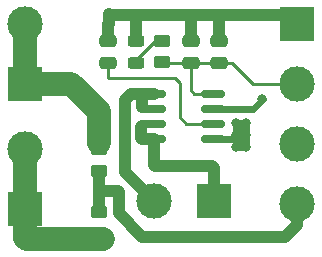
<source format=gbr>
%TF.GenerationSoftware,KiCad,Pcbnew,7.0.8*%
%TF.CreationDate,2024-03-30T04:59:33+03:00*%
%TF.ProjectId,PowerSensor,506f7765-7253-4656-9e73-6f722e6b6963,rev?*%
%TF.SameCoordinates,Original*%
%TF.FileFunction,Copper,L1,Top*%
%TF.FilePolarity,Positive*%
%FSLAX46Y46*%
G04 Gerber Fmt 4.6, Leading zero omitted, Abs format (unit mm)*
G04 Created by KiCad (PCBNEW 7.0.8) date 2024-03-30 04:59:33*
%MOMM*%
%LPD*%
G01*
G04 APERTURE LIST*
G04 Aperture macros list*
%AMRoundRect*
0 Rectangle with rounded corners*
0 $1 Rounding radius*
0 $2 $3 $4 $5 $6 $7 $8 $9 X,Y pos of 4 corners*
0 Add a 4 corners polygon primitive as box body*
4,1,4,$2,$3,$4,$5,$6,$7,$8,$9,$2,$3,0*
0 Add four circle primitives for the rounded corners*
1,1,$1+$1,$2,$3*
1,1,$1+$1,$4,$5*
1,1,$1+$1,$6,$7*
1,1,$1+$1,$8,$9*
0 Add four rect primitives between the rounded corners*
20,1,$1+$1,$2,$3,$4,$5,0*
20,1,$1+$1,$4,$5,$6,$7,0*
20,1,$1+$1,$6,$7,$8,$9,0*
20,1,$1+$1,$8,$9,$2,$3,0*%
G04 Aperture macros list end*
%TA.AperFunction,ComponentPad*%
%ADD10R,3.000000X3.000000*%
%TD*%
%TA.AperFunction,ComponentPad*%
%ADD11C,3.000000*%
%TD*%
%TA.AperFunction,SMDPad,CuDef*%
%ADD12RoundRect,0.250000X0.475000X-0.250000X0.475000X0.250000X-0.475000X0.250000X-0.475000X-0.250000X0*%
%TD*%
%TA.AperFunction,SMDPad,CuDef*%
%ADD13RoundRect,0.243750X-0.456250X0.243750X-0.456250X-0.243750X0.456250X-0.243750X0.456250X0.243750X0*%
%TD*%
%TA.AperFunction,SMDPad,CuDef*%
%ADD14RoundRect,0.150000X-0.825000X-0.150000X0.825000X-0.150000X0.825000X0.150000X-0.825000X0.150000X0*%
%TD*%
%TA.AperFunction,SMDPad,CuDef*%
%ADD15RoundRect,0.250000X-0.450000X0.262500X-0.450000X-0.262500X0.450000X-0.262500X0.450000X0.262500X0*%
%TD*%
%TA.AperFunction,SMDPad,CuDef*%
%ADD16RoundRect,0.250000X0.450000X-0.262500X0.450000X0.262500X-0.450000X0.262500X-0.450000X-0.262500X0*%
%TD*%
%TA.AperFunction,ViaPad*%
%ADD17C,0.800000*%
%TD*%
%TA.AperFunction,Conductor*%
%ADD18C,0.600000*%
%TD*%
%TA.AperFunction,Conductor*%
%ADD19C,1.000000*%
%TD*%
%TA.AperFunction,Conductor*%
%ADD20C,0.250000*%
%TD*%
%TA.AperFunction,Conductor*%
%ADD21C,0.200000*%
%TD*%
%TA.AperFunction,Conductor*%
%ADD22C,2.000000*%
%TD*%
G04 APERTURE END LIST*
D10*
%TO.P,J3,1,Pin_1*%
%TO.N,Battery(+)*%
X95800000Y-89480000D03*
D11*
%TO.P,J3,2,Pin_2*%
X95800000Y-84400000D03*
%TD*%
D12*
%TO.P,C3,1*%
%TO.N,+5V*%
X112200000Y-87700000D03*
%TO.P,C3,2*%
%TO.N,GND*%
X112200000Y-85800000D03*
%TD*%
%TO.P,C1,1*%
%TO.N,+5V*%
X109800000Y-87700000D03*
%TO.P,C1,2*%
%TO.N,GND*%
X109800000Y-85800000D03*
%TD*%
D13*
%TO.P,D1,1,K*%
%TO.N,GND*%
X105200000Y-85800000D03*
%TO.P,D1,2,A*%
%TO.N,Net-(D1-A)*%
X105200000Y-87675000D03*
%TD*%
D12*
%TO.P,C2,1*%
%TO.N,Net-(U1-FILTER)*%
X102800000Y-87700000D03*
%TO.P,C2,2*%
%TO.N,GND*%
X102800000Y-85800000D03*
%TD*%
D14*
%TO.P,U1,1,IP+*%
%TO.N,IN+*%
X106725000Y-90295000D03*
%TO.P,U1,2,IP+*%
X106725000Y-91565000D03*
%TO.P,U1,3,IP-*%
%TO.N,IN-*%
X106725000Y-92835000D03*
%TO.P,U1,4,IP-*%
X106725000Y-94105000D03*
%TO.P,U1,5,GND*%
%TO.N,GND*%
X111675000Y-94105000D03*
%TO.P,U1,6,FILTER*%
%TO.N,Net-(U1-FILTER)*%
X111675000Y-92835000D03*
%TO.P,U1,7,VIOUT*%
%TO.N,VIOUT*%
X111675000Y-91565000D03*
%TO.P,U1,8,VCC*%
%TO.N,+5V*%
X111675000Y-90295000D03*
%TD*%
D10*
%TO.P,J5,1,Pin_1*%
%TO.N,GND*%
X118800000Y-84360000D03*
D11*
%TO.P,J5,2,Pin_2*%
%TO.N,+5V*%
X118800000Y-89440000D03*
%TO.P,J5,3,Pin_3*%
%TO.N,IOut*%
X118800000Y-94520000D03*
%TO.P,J5,4,Pin_4*%
%TO.N,Vsens*%
X118800000Y-99600000D03*
%TD*%
D15*
%TO.P,R2,1*%
%TO.N,Vsens*%
X102000000Y-100287500D03*
%TO.P,R2,2*%
%TO.N,Battery(-)*%
X102000000Y-102112500D03*
%TD*%
D10*
%TO.P,J4,1,Pin_1*%
%TO.N,Battery(-)*%
X95800000Y-100080000D03*
D11*
%TO.P,J4,2,Pin_2*%
X95800000Y-95000000D03*
%TD*%
D15*
%TO.P,R1,1*%
%TO.N,Battery(+)*%
X102000000Y-95000000D03*
%TO.P,R1,2*%
%TO.N,Vsens*%
X102000000Y-96825000D03*
%TD*%
D10*
%TO.P,J1,1,Pin_1*%
%TO.N,IN-*%
X111740000Y-99400000D03*
D11*
%TO.P,J1,2,Pin_2*%
%TO.N,IN+*%
X106660000Y-99400000D03*
%TD*%
D16*
%TO.P,R3,1*%
%TO.N,+5V*%
X107400000Y-87625000D03*
%TO.P,R3,2*%
%TO.N,Net-(D1-A)*%
X107400000Y-85800000D03*
%TD*%
D17*
%TO.N,GND*%
X113600000Y-93800000D03*
X114500000Y-93800000D03*
X113600000Y-94800000D03*
X114500000Y-94800000D03*
X114500000Y-92800000D03*
X113600000Y-92800000D03*
%TO.N,VIOUT*%
X115800000Y-90700000D03*
%TD*%
D18*
%TO.N,GND*%
X114500000Y-94800000D02*
X114500000Y-92800000D01*
D19*
X102900000Y-83575000D02*
X102840000Y-83635000D01*
D18*
X111675000Y-94105000D02*
X113295000Y-94105000D01*
X114000000Y-92800000D02*
X113600000Y-92800000D01*
D19*
X105200000Y-85800000D02*
X105200000Y-83600000D01*
D20*
X113295000Y-94105000D02*
X113600000Y-93800000D01*
D18*
X114500000Y-92800000D02*
X114000000Y-92800000D01*
D19*
X118800000Y-84360000D02*
X118040000Y-83600000D01*
D20*
X102840000Y-84360000D02*
X102800000Y-84400000D01*
D18*
X113600000Y-93800000D02*
X114500000Y-93800000D01*
X114000000Y-94800000D02*
X114000000Y-92800000D01*
D19*
X112200000Y-85800000D02*
X112200000Y-83600000D01*
D18*
X114000000Y-94800000D02*
X114500000Y-94800000D01*
D19*
X102925000Y-83600000D02*
X102900000Y-83575000D01*
X102800000Y-84400000D02*
X102800000Y-85800000D01*
X118040000Y-83600000D02*
X102925000Y-83600000D01*
D18*
X113600000Y-92800000D02*
X113600000Y-94800000D01*
D19*
X109800000Y-85800000D02*
X109800000Y-83600000D01*
X102840000Y-83635000D02*
X102840000Y-84360000D01*
D18*
X113600000Y-94800000D02*
X114000000Y-94800000D01*
D20*
%TO.N,Net-(D1-A)*%
X107400000Y-85800000D02*
X106800000Y-85800000D01*
X105200000Y-87400000D02*
X105200000Y-87675000D01*
X106800000Y-85800000D02*
X105200000Y-87400000D01*
D19*
%TO.N,IN-*%
X105600000Y-94025000D02*
X105600000Y-93100000D01*
X105680000Y-94105000D02*
X105600000Y-94025000D01*
X111740000Y-99120000D02*
X111740000Y-96560000D01*
X105600000Y-93100000D02*
X105700000Y-93000000D01*
D21*
X111740000Y-99400000D02*
X111740000Y-99120000D01*
D19*
X111740000Y-96560000D02*
X111580000Y-96400000D01*
X106725000Y-94105000D02*
X105680000Y-94105000D01*
X106725000Y-96325000D02*
X106725000Y-94105000D01*
X106800000Y-96400000D02*
X106725000Y-96325000D01*
X111580000Y-96400000D02*
X106800000Y-96400000D01*
%TO.N,IN+*%
X106660000Y-99400000D02*
X104200000Y-96940000D01*
X104705000Y-90295000D02*
X106725000Y-90295000D01*
X104200000Y-90800000D02*
X104705000Y-90295000D01*
X104200000Y-96940000D02*
X104200000Y-90800000D01*
X106725000Y-90295000D02*
X105700000Y-90295000D01*
X105700000Y-90295000D02*
X105700000Y-91400000D01*
D22*
%TO.N,Battery(-)*%
X95900000Y-102600000D02*
X95800000Y-102500000D01*
X102400000Y-102600000D02*
X95900000Y-102600000D01*
X95800000Y-95000000D02*
X95800000Y-100080000D01*
X95800000Y-102500000D02*
X95800000Y-100080000D01*
D20*
%TO.N,+5V*%
X109800000Y-90000000D02*
X110095000Y-90295000D01*
X115040000Y-89440000D02*
X113300000Y-87700000D01*
X109800000Y-87700000D02*
X107475000Y-87700000D01*
X110095000Y-90295000D02*
X111675000Y-90295000D01*
X118800000Y-89440000D02*
X115040000Y-89440000D01*
X113300000Y-87700000D02*
X112200000Y-87700000D01*
X107475000Y-87700000D02*
X107400000Y-87625000D01*
X112200000Y-87700000D02*
X109800000Y-87700000D01*
X109800000Y-87700000D02*
X109800000Y-90000000D01*
D18*
%TO.N,VIOUT*%
X115800000Y-90700000D02*
X115900000Y-90700000D01*
X115035000Y-91565000D02*
X115800000Y-90800000D01*
X115900000Y-90700000D02*
X115800000Y-90800000D01*
X111675000Y-91565000D02*
X115035000Y-91565000D01*
X115800000Y-90800000D02*
X115800000Y-90700000D01*
D19*
%TO.N,Vsens*%
X105700000Y-102400000D02*
X117800000Y-102400000D01*
X103700000Y-98600000D02*
X103700000Y-100400000D01*
X103700000Y-100400000D02*
X105700000Y-102400000D01*
X102000000Y-98500000D02*
X103600000Y-98500000D01*
X117800000Y-102400000D02*
X118800000Y-101400000D01*
X102000000Y-96825000D02*
X102000000Y-100287500D01*
X103600000Y-98500000D02*
X103700000Y-98600000D01*
X118800000Y-101400000D02*
X118800000Y-99600000D01*
D22*
%TO.N,Battery(+)*%
X95800000Y-84400000D02*
X95800000Y-89480000D01*
X99680000Y-89480000D02*
X95800000Y-89480000D01*
X102000000Y-94500000D02*
X102000000Y-91800000D01*
X102000000Y-91800000D02*
X99680000Y-89480000D01*
D20*
%TO.N,Net-(U1-FILTER)*%
X108500000Y-89000000D02*
X108900000Y-89400000D01*
X102800000Y-89000000D02*
X108500000Y-89000000D01*
X109435000Y-92835000D02*
X111675000Y-92835000D01*
X108900000Y-89400000D02*
X108900000Y-92300000D01*
X102800000Y-87700000D02*
X102800000Y-89000000D01*
X108900000Y-92300000D02*
X109435000Y-92835000D01*
%TD*%
M02*

</source>
